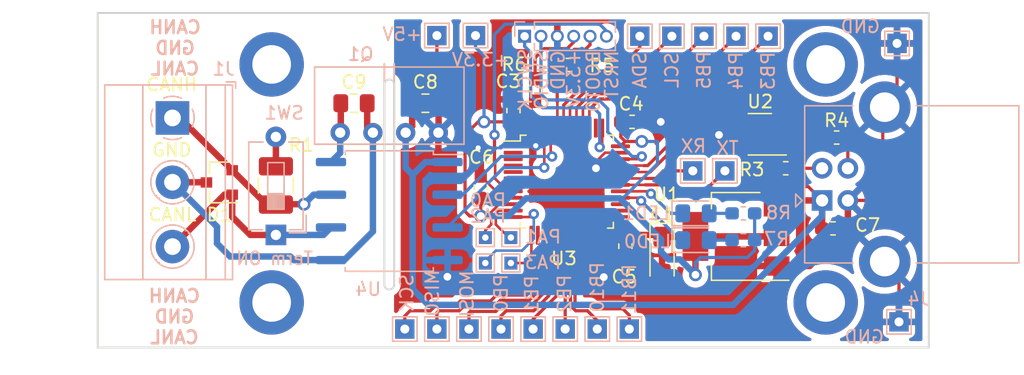
<source format=kicad_pcb>
(kicad_pcb (version 20211014) (generator pcbnew)
  (layers (0 "F.Cu" signal) (31 "B.Cu" signal) (34 "B.Paste" user) (35 "F.Paste" user) (36 "B.SilkS" user "B.Silkscreen") (37 "F.SilkS" user "F.Silkscreen") (38 "B.Mask" user) (39 "F.Mask" user) (44 "Edge.Cuts" user))
  (net 0 "")
  (net 1 "GND")
  (net 2 "+3V3")
  (net 3 "+5V")
  (net 4 "/NRST")
  (net 5 "/BOOT0")
  (net 6 "Net-(D3-Pad2)")
  (net 7 "/LED0")
  (net 8 "/LED1")
  (net 9 "/CAN_Tx")
  (net 10 "/CAN_Rx")
  (net 11 "/CANL")
  (net 12 "/CANH")
  (net 13 "Net-(D4-Pad2)")
  (net 14 "/SWDIO")
  (net 15 "/SWCLK")
  (net 16 "Net-(R1-Pad1)")
  (net 20 "Net-(C9-Pad1)")
  (net 21 "Earth")
  (net 23 "Net-(U3-Pad32)")
  (net 24 "Net-(U3-Pad33)")
  (net 35 "Net-(R3-Pad1)")
  (net 36 "Net-(J4-Pad3)")
  (net 37 "Net-(R3-Pad2)")
  (net 38 "Net-(R4-Pad2)")
  (net 39 "Net-(R6-Pad2)")
  (net 40 "Net-(U3-Pad15)")
  (net 41 "Net-(U3-Pad16)")
  (net 42 "Net-(U3-Pad17)")
  (net 43 "Net-(U3-Pad30)")
  (net 44 "Net-(U3-Pad31)")
  (net 45 "Net-(U3-Pad42)")
  (net 46 "Net-(U3-Pad43)")
  (net 47 "Net-(U3-Pad18)")
  (net 48 "Net-(U3-Pad19)")
  (net 49 "Net-(U3-Pad40)")
  (net 50 "Net-(U3-Pad41)")
  (net 51 "Net-(U3-Pad20)")
  (net 52 "Net-(U3-Pad39)")
  (net 53 "Net-(U3-Pad10)")
  (net 54 "Net-(U3-Pad11)")
  (net 55 "Net-(U3-Pad12)")
  (net 56 "Net-(U3-Pad13)")
  (net 57 "Net-(U3-Pad21)")
  (net 58 "Net-(U3-Pad22)")
  (footprint "Capacitor_Tantalum_SMD:CP_EIA-3216-18_Kemet-A_Pad1.58x1.35mm_HandSolder" (layer "F.Cu") (at 104.8004 68.3411 -90)
    (fp_text reference "C1")
    (fp_text value "47u")
  )
  (footprint "Capacitor_SMD:C_0603_1608Metric_Pad1.05x0.95mm_HandSolder" (layer "F.Cu") (at 93.2688 57.0878 -90)
    (fp_text reference "C3")
    (fp_text value "0.1")
  )
  (footprint "Capacitor_SMD:C_0603_1608Metric_Pad1.05x0.95mm_HandSolder" (layer "F.Cu") (at 102.475 57.9628 180)
    (fp_text reference "C4")
    (fp_text value "0.1")
  )
  (footprint "Capacitor_SMD:C_0603_1608Metric_Pad1.05x0.95mm_HandSolder" (layer "F.Cu") (at 101.9556 67.6262 90)
    (fp_text reference "C5")
    (fp_text value "0.1")
  )
  (footprint "Capacitor_SMD:C_0603_1608Metric_Pad1.05x0.95mm_HandSolder" (layer "F.Cu") (at 90.7288 63.0428 -90)
    (fp_text reference "C6")
    (fp_text value "0.1")
  )
  (footprint "TO_SOT_Packages_SMD:SOT-23" (layer "F.Cu") (at 70.4375 62.672 180)
    (fp_text reference "D1")
    (fp_text value "PESD1CAN")
  )
  (footprint "my_footprints:Hole_3mm" (layer "F.Cu") (at 74.5 53.5)
    (fp_text reference "P1" hide)
    (fp_text value "Hole" hide)
  )
  (footprint "my_footprints:Hole_3mm" (layer "F.Cu") (at 117.5 53.5)
    (fp_text reference "P2" hide)
    (fp_text value "Hole" hide)
  )
  (footprint "my_footprints:Hole_3mm" (layer "F.Cu") (at 117.5 72)
    (fp_text reference "P3" hide)
    (fp_text value "Hole" hide)
  )
  (footprint "my_footprints:Hole_3mm" (layer "F.Cu") (at 74.5 72)
    (fp_text reference "P4" hide)
    (fp_text value "Hole" hide)
  )
  (footprint "Resistor_SMD:R_0603_1608Metric_Pad1.05x0.95mm_HandSolder" (layer "F.Cu") (at 114.4016 61.5696 180)
    (fp_text reference "R3")
    (fp_text value "22")
  )
  (footprint "Resistor_SMD:R_0603_1608Metric_Pad1.05x0.95mm_HandSolder" (layer "F.Cu") (at 118.3526 59.182 180)
    (fp_text reference "R4")
    (fp_text value "22")
  )
  (footprint "Resistor_SMD:R_0603_1608Metric_Pad1.05x0.95mm_HandSolder" (layer "F.Cu") (at 97.536 53.5432 180)
    (fp_text reference "R5")
    (fp_text value "10k")
  )
  (footprint "Resistor_SMD:R_0603_1608Metric_Pad1.05x0.95mm_HandSolder" (layer "F.Cu") (at 94.9452 55.485 90)
    (fp_text reference "R6")
    (fp_text value "22")
  )
  (footprint "Package_QFP:LQFP-48_7x7mm_P0.5mm" (layer "F.Cu") (at 97.409 62.611)
    (fp_text reference "U3")
    (fp_text value "STM32F072C8Tx")
  )
  (footprint "Capacitor_SMD:C_0603_1608Metric_Pad1.05x0.95mm_HandSolder" (layer "F.Cu") (at 118.0706 66.2432)
    (fp_text reference "C7")
    (fp_text value "0.1")
  )
  (footprint "Capacitor_SMD:C_0805_2012Metric_Pad1.15x1.40mm_HandSolder" (layer "F.Cu") (at 86.4325 56.515)
    (fp_text reference "C8")
    (fp_text value "1")
  )
  (footprint "Capacitor_SMD:C_0805_2012Metric_Pad1.15x1.40mm_HandSolder" (layer "F.Cu") (at 80.89 56.515)
    (fp_text reference "C9")
    (fp_text value "1")
  )
  (footprint "Resistor_SMD:R_1210_3225Metric_Pad1.42x2.65mm_HandSolder" (layer "F.Cu") (at 74.8284 62.9047 -90)
    (fp_text reference "R1")
    (fp_text value "120")
  )
  (footprint "TO_SOT_Packages_SMD:SOT-223-3_TabPin2" (layer "F.Cu") (at 110.5404 66.8668 180)
    (fp_text reference "U1")
    (fp_text value "LM1117-3.3")
  )
  (footprint "Package_TO_SOT_SMD:SOT-23-6_Handsoldering" (layer "F.Cu") (at 112.3912 58.928 180)
    (fp_text reference "U2")
    (fp_text value "USBLC6-2SC6")
  )
  (footprint "LED_SMD:LED_0805_2012Metric_Pad1.15x1.40mm_HandSolder" (layer "B.Cu") (at 107.433 67.1576)
    (fp_text reference "D3" hide)
    (fp_text value "LED0")
  )
  (footprint "LED_SMD:LED_0805_2012Metric_Pad1.15x1.40mm_HandSolder" (layer "B.Cu") (at 107.433 65.0748)
    (fp_text reference "D4" hide)
    (fp_text value "LED1")
  )
  (footprint "TerminalBlock_Phoenix:TerminalBlock_Phoenix_MKDS-1,5-3_1x03_P5.00mm_Horizontal" (layer "B.Cu") (at 66.802 57.658 -90)
    (fp_text reference "J1")
    (fp_text value "Screw_Terminal_01x03")
  )
  (footprint "Connector_PinHeader_1.27mm:PinHeader_1x06_P1.27mm_Vertical" (layer "B.Cu") (at 94.1324 51.308 -90)
    (fp_text reference "J3" hide)
    (fp_text value "SWDetc")
  )
  (footprint "Resistor_SMD:R_0603_1608Metric_Pad1.05x0.95mm_HandSolder" (layer "B.Cu") (at 111.111 67.1576)
    (fp_text reference "R7")
    (fp_text value "330")
  )
  (footprint "Resistor_SMD:R_0603_1608Metric_Pad1.05x0.95mm_HandSolder" (layer "B.Cu") (at 111.111 65.0748)
    (fp_text reference "R8")
    (fp_text value "330")
  )
  (footprint "Button_Switch_THT:SW_DIP_SPSTx01_Slide_6.7x4.1mm_W7.62mm_P2.54mm_LowProfile" (layer "B.Cu") (at 74.8284 66.7512 90)
    (fp_text reference "SW1")
    (fp_text value "SW_DIP_x01")
  )
  (footprint "Package_SO:SOP-8_6.62x9.15mm_P2.54mm" (layer "B.Cu") (at 83.6295 64.897 180)
    (fp_text reference "U4")
    (fp_text value "ISO1050DUB")
  )
  (footprint "my_footprints:B0x0xS" (layer "B.Cu") (at 83.6295 58.801 180)
    (fp_text reference "Q1")
    (fp_text value "B0505S")
  )
  (footprint "Connector_USB:USB_B_Lumberg_2411_02_Horizontal" (layer "B.Cu") (at 117.221 64.0715)
    (fp_text reference "J4")
    (fp_text value "USB_B")
  )
  (footprint "TestPoint:TestPoint_THTPad_1.5x1.5mm_Drill0.7mm" (layer "B.Cu") (at 99.7712 74.0664)
    (fp_text reference "J25" hide)
    (fp_text value "PB10")
  )
  (footprint "TestPoint:TestPoint_THTPad_1.5x1.5mm_Drill0.7mm" (layer "B.Cu") (at 87.3252 51.2572 180)
    (fp_text reference "J20" hide)
    (fp_text value "+5V")
  )
  (footprint "TestPoint:TestPoint_THTPad_1.5x1.5mm_Drill0.7mm" (layer "B.Cu") (at 103.076 51.308 180)
    (fp_text reference "J10" hide)
    (fp_text value "SDA")
  )
  (footprint "TestPoint:TestPoint_THTPad_1.5x1.5mm_Drill0.7mm" (layer "B.Cu") (at 105.5624 51.308 180)
    (fp_text reference "J9" hide)
    (fp_text value "SCL")
  )
  (footprint "TestPoint:TestPoint_THTPad_1.5x1.5mm_Drill0.7mm" (layer "B.Cu") (at 113.03 51.308 180)
    (fp_text reference "J16" hide)
    (fp_text value "PB3")
  )
  (footprint "TestPoint:TestPoint_THTPad_1.0x1.0mm_Drill0.5mm" (layer "B.Cu") (at 93.0656 66.9544)
    (fp_text reference "J22" hide)
    (fp_text value "PA1")
  )
  (footprint "TestPoint:TestPoint_THTPad_1.5x1.5mm_Drill0.7mm" (layer "B.Cu") (at 97.282 74.0664 180)
    (fp_text reference "J15" hide)
    (fp_text value "PB2")
  )
  (footprint "TestPoint:TestPoint_THTPad_1.0x1.0mm_Drill0.5mm" (layer "B.Cu") (at 91.0844 66.9544 180)
    (fp_text reference "J21" hide)
    (fp_text value "PA0")
  )
  (footprint "TestPoint:TestPoint_THTPad_1.5x1.5mm_Drill0.7mm" (layer "B.Cu") (at 89.8144 74.0664 180)
    (fp_text reference "J6" hide)
    (fp_text value "MOSI")
  )
  (footprint "TestPoint:TestPoint_THTPad_1.5x1.5mm_Drill0.7mm" (layer "B.Cu") (at 94.7928 74.0664 180)
    (fp_text reference "J12" hide)
    (fp_text value "PB1")
  )
  (footprint "TestPoint:TestPoint_THTPad_1.5x1.5mm_Drill0.7mm" (layer "B.Cu") (at 109.6772 61.7728 180)
    (fp_text reference "J7" hide)
    (fp_text value "TX")
  )
  (footprint "TestPoint:TestPoint_THTPad_1.5x1.5mm_Drill0.7mm" (layer "B.Cu") (at 123.19 73.5076 180)
    (fp_text reference "J17" hide)
    (fp_text value "GND")
  )
  (footprint "TestPoint:TestPoint_THTPad_1.0x1.0mm_Drill0.5mm" (layer "B.Cu") (at 93.0656 68.9356 180)
    (fp_text reference "J24" hide)
    (fp_text value "PA3")
  )
  (footprint "TestPoint:TestPoint_THTPad_1.5x1.5mm_Drill0.7mm" (layer "B.Cu") (at 87.3252 74.0664 180)
    (fp_text reference "J5" hide)
    (fp_text value "MISO")
  )
  (footprint "TestPoint:TestPoint_THTPad_1.5x1.5mm_Drill0.7mm" (layer "B.Cu") (at 108.0516 51.308 180)
    (fp_text reference "J14" hide)
    (fp_text value "PB5")
  )
  (footprint "TestPoint:TestPoint_THTPad_1.5x1.5mm_Drill0.7mm" (layer "B.Cu") (at 107.188 61.7728 180)
    (fp_text reference "J8" hide)
    (fp_text value "RX")
  )
  (footprint "TestPoint:TestPoint_THTPad_1.5x1.5mm_Drill0.7mm" (layer "B.Cu") (at 84.836 74.0664 180)
    (fp_text reference "J2" hide)
    (fp_text value "SCK")
  )
  (footprint "TestPoint:TestPoint_THTPad_1.5x1.5mm_Drill0.7mm" (layer "B.Cu") (at 92.3036 74.0664 180)
    (fp_text reference "J11" hide)
    (fp_text value "PB0")
  )
  (footprint "TestPoint:TestPoint_THTPad_1.0x1.0mm_Drill0.5mm" (layer "B.Cu") (at 91.0844 68.9356 180)
    (fp_text reference "J23" hide)
    (fp_text value "PA2")
  )
  (footprint "TestPoint:TestPoint_THTPad_1.5x1.5mm_Drill0.7mm" (layer "B.Cu") (at 102.2604 74.0664)
    (fp_text reference "J26" hide)
    (fp_text value "PB11")
  )
  (footprint "TestPoint:TestPoint_THTPad_1.5x1.5mm_Drill0.7mm" (layer "B.Cu") (at 110.5408 51.308 180)
    (fp_text reference "J13" hide)
    (fp_text value "PB4")
  )
  (footprint "TestPoint:TestPoint_THTPad_1.5x1.5mm_Drill0.7mm" (layer "B.Cu") (at 90.3224 51.2572 180)
    (fp_text reference "J19" hide)
    (fp_text value "+3.3V")
  )
  (footprint "TestPoint:TestPoint_THTPad_1.5x1.5mm_Drill0.7mm" (layer "B.Cu") (at 123.0376 51.8668 180)
    (fp_text reference "J18" hide)
    (fp_text value "GND")
  )
  (gr_line (start 125.5 50) (end 125.5 49.5) (layer "Edge.Cuts") (width 0.15))
  (gr_line (start 61 75.5) (end 125.5 75.5) (layer "Edge.Cuts") (width 0.15))
  (gr_line (start 125.5 75.5) (end 125.5 50) (layer "Edge.Cuts") (width 0.15))
  (gr_arc (start 84.0105 70.612) (mid 83.6295 70.993) (end 83.2485 70.612) (layer "Edge.Cuts") (width 0.15))
  (gr_line (start 84.0105 55.0545) (end 84.0105 70.612) (layer "Edge.Cuts") (width 0.15))
  (gr_line (start 83.2485 55.0545) (end 83.2485 70.612) (layer "Edge.Cuts") (width 0.15))
  (gr_line (start 61 49.5) (end 61 75.5) (layer "Edge.Cuts") (width 0.15))
  (gr_arc (start 83.2485 55.0545) (mid 83.6295 54.6735) (end 84.0105 55.0545) (layer "Edge.Cuts") (width 0.15))
  (gr_line (start 61 49.5) (end 125.5 49.5) (layer "Edge.Cuts") (width 0.15))
  (gr_text "SWCLK" (at 94.1832 54.7116 90) (layer "B.SilkS") (effects (font (size 1 1)) (justify mirror)))
  (gr_text "NRST" (at 100.8888 54.3052 90) (layer "B.SilkS") (effects (font (size 1 1)) (justify mirror)))
  (gr_text "Term ON" (at 74.7268 68.58) (layer "B.SilkS") (effects (font (size 1 0.92)) (justify mirror)))
  (gr_text "CANH\nGND\nCANL" (at 67.0052 52.2224) (layer "B.SilkS") (effects (font (size 1 1) (thickness 0.2)) (justify mirror)))
  (gr_text "+3.3V" (at 97.9424 54.61 90) (layer "B.SilkS") (effects (font (size 1 1)) (justify mirror)))
  (gr_text "GND" (at 96.7232 53.9496 90) (layer "B.SilkS") (effects (font (size 1 1)) (justify mirror)))
  (gr_text "CANH\nGND\nCANL" (at 66.9544 73.1012) (layer "B.SilkS") (effects (font (size 1 1) (thickness 0.2)) (justify mirror)))
  (gr_text "SWDIO" (at 95.4532 54.7116 90) (layer "B.SilkS") (effects (font (size 1 1)) (justify mirror)))
  (gr_text "BOOT0" (at 99.4664 54.8132 90) (layer "B.SilkS") (effects (font (size 1 1)) (justify mirror)))
  (gr_text "GND" (at 66.7512 60.1472) (layer "F.SilkS") (effects (font (size 1 1))))
  (gr_text "CANH" (at 66.7512 55.0672) (layer "F.SilkS") (effects (font (size 1 1))))
  (gr_text "CANL" (at 66.802 65.1764) (layer "F.SilkS") (effects (font (size 1 1))))
  (segment (start 95.159 59.654) (end 94.996 59.817) (width 0.2) (layer "F.Cu") (net 1))
  (segment (start 95.159 58.4485) (end 95.159 59.654) (width 0.2) (layer "F.Cu") (net 1))
  (segment (start 119.221 64.0715) (end 120.8913 64.0715) (width 0.25) (layer "F.Cu") (net 1))
  (segment (start 104.475 69.7786) (end 103.1748 68.4784) (width 0.5) (layer "F.Cu") (net 1))
  (segment (start 100.3702 60.361) (end 99.6696 61.0616) (width 0.2) (layer "F.Cu") (net 1))
  (segment (start 87.4575 58.783) (end 87.4395 58.801) (width 0.5) (layer "F.Cu") (net 1))
  (segment (start 116.2532 69.1668) (end 118.9456 66.4744) (width 0.5) (layer "F.Cu") (net 1))
  (segment (start 101.9556 68.5012) (end 103.152 68.5012) (width 0.5) (layer "F.Cu") (net 1))
  (segment (start 87.7597 56.2128) (end 87.4575 56.515) (width 0.25) (layer "F.Cu") (net 1))
  (segment (start 100.0988 68.5012) (end 101.9556 68.5012) (width 0.2) (layer "F.Cu") (net 1))
  (segment (start 101.9556 68.5012) (end 101.8058 68.5012) (width 0.5) (layer "F.Cu") (net 1))
  (segment (start 113.6904 69.1668) (end 116.2532 69.1668) (width 0.5) (layer "F.Cu") (net 1))
  (segment (start 103.152 68.5012) (end 103.1748 68.4784) (width 0.5) (layer "F.Cu") (net 1))
  (segment (start 119.221 64.0715) (end 119.221 65.9678) (width 0.5) (layer "F.Cu") (net 1))
  (segment (start 93.2465 63.361) (end 91.922 63.361) (width 0.2) (layer "F.Cu") (net 1))
  (segment (start 98.4618 53.594) (end 98.411 53.5432) (width 0.5) (layer "F.Cu") (net 1))
  (segment (start 123.0376 51.8668) (end 123.0376 55.8649) (width 0.25) (layer "F.Cu") (net 1))
  (segment (start 123.19 69.9305) (end 122.081 68.8215) (width 0.25) (layer "F.Cu") (net 1))
  (segment (start 99.659 66.7735) (end 99.659 68.0614) (width 0.2) (layer "F.Cu") (net 1))
  (segment (start 101.8058 68.5012) (end 100.2792 70.0278) (width 0.5) (layer "F.Cu") (net 1))
  (segment (start 112.3696 72.0852) (end 107.107 72.0852) (width 0.5) (layer "F.Cu") (net 1))
  (segment (start 87.4575 56.515) (end 87.4575 58.783) (width 0.5) (layer "F.Cu") (net 1))
  (segment (start 109.2708 58.928) (end 109.22 58.9788) (width 0.5) (layer "F.Cu") (net 1))
  (segment (start 113.6904 69.1668) (end 113.6904 70.7644) (width 0.5) (layer "F.Cu") (net 1))
  (segment (start 90.7288 62.1678) (end 90.7288 60.198) (width 0.25) (layer "F.Cu") (net 1))
  (segment (start 121.931 63.0318) (end 121.931 56.8015) (width 0.25) (layer "F.Cu") (net 1))
  (segment (start 101.5715 60.361) (end 100.3702 60.361) (width 0.2) (layer "F.Cu") (net 1))
  (segment (start 93.2688 56.2128) (end 87.7597 56.2128) (width 0.25) (layer "F.Cu") (net 1))
  (segment (start 90.7288 60.198) (end 90.5256 59.9948) (width 0.25) (layer "F.Cu") (net 1))
  (segment (start 119.3327 66.2432) (end 121.931 68.8415) (width 0.25) (layer "F.Cu") (net 1))
  (segment (start 111.0412 58.928) (end 109.2708 58.928) (width 0.5) (layer "F.Cu") (net 1))
  (segment (start 107.107 72.0852) (end 104.8004 69.7786) (width 0.5) (layer "F.Cu") (net 1))
  (segment (start 91.922 63.361) (end 90.7288 62.1678) (width 0.2) (layer "F.Cu") (net 1))
  (segment (start 103.35 57.9628) (end 104.6988 57.9628) (width 0.5) (layer "F.Cu") (net 1))
  (segment (start 113.6904 70.7644) (end 112.3696 72.0852) (width 0.5) (layer "F.Cu") (net 1))
  (segment (start 118.9456 66.4744) (end 118.9456 66.2432) (width 0.5) (layer "F.Cu") (net 1))
  (segment (start 88.138 70.0024) (end 87.4395 69.3039) (width 0.5) (layer "F.Cu") (net 1))
  (segment (start 87.4395 69.3039) (end 87.4395 58.801) (width 0.5) (layer "F.Cu") (net 1))
  (segment (start 120.8913 64.0715) (end 121.931 63.0318) (width 0.25) (layer "F.Cu") (net 1))
  (segment (start 123.0376 55.8649) (end 122.081 56.8215) (width 0.25) (layer "F.Cu") (net 1))
  (segment (start 99.659 68.0614) (end 100.0988 68.5012) (width 0.2) (layer "F.Cu") (net 1))
  (segment (start 104.8004 69.7786) (end 104.475 69.7786) (width 0.5) (layer "F.Cu") (net 1))
  (segment (start 119.221 65.9678) (end 118.9456 66.2432) (width 0.5) (layer "F.Cu") (net 1))
  (segment (start 100.1268 53.594) (end 98.4618 53.594) (width 0.5) (layer "F.Cu") (net 1))
  (segment (start 99.6696 61.0616) (end 99.6696 61.5696) (width 0.2) (layer "F.Cu") (net 1))
  (segment (start 118.9456 66.2432) (end 119.3327 66.2432) (width 0.25) (layer "F.Cu") (net 1))
  (segment (start 123.19 73.5076) (end 123.19 69.9305) (width 0.25) (layer "F.Cu") (net 1))
  (via (at 99.6696 61.5696) (size 1) (drill 0.6) (layers "F.Cu" "B.Cu") (net 1))
  (via (at 90.5256 59.9948) (size 0.8) (drill 0.4) (layers "F.Cu" "B.Cu") (net 1))
  (via (at 109.22 58.9788) (size 1) (drill 0.6) (layers "F.Cu" "B.Cu") (net 1))
  (via (at 104.6988 57.9628) (size 1) (drill 0.6) (layers "F.Cu" "B.Cu") (net 1))
  (via (at 88.138 70.0024) (size 1) (drill 0.6) (layers "F.Cu" "B.Cu") (net 1))
  (via (at 100.1268 53.594) (size 1) (drill 0.6) (layers "F.Cu" "B.Cu") (net 1))
  (via (at 100.2792 70.0278) (size 1) (drill 0.6) (layers "F.Cu" "B.Cu") (net 1))
  (via (at 94.996 59.817) (size 0.8) (drill 0.4) (layers "F.Cu" "B.Cu") (net 1))
  (segment (start 103.0224 57.9628) (end 100.5332 55.4736) (width 0.5) (layer "B.Cu") (net 1))
  (segment (start 119.126 58.9788) (end 121.0564 60.9092) (width 0.5) (layer "B.Cu") (net 1))
  (segment (start 109.22 58.9788) (end 107.2388 58.9788) (width 0.5) (layer "B.Cu") (net 1))
  (segment (start 90.5256 59.9948) (end 88.6333 59.9948) (width 0.2) (layer "B.Cu") (net 1))
  (segment (start 88.6333 59.9948) (end 87.4395 58.801) (width 0.2) (layer "B.Cu") (net 1))
  (segment (start 96.6724 52.2224) (end 96.6724 51.308) (width 0.5) (layer "B.Cu") (net 1))
  (segment (start 100.2792 70.0278) (end 88.1634 70.0278) (width 0.5) (layer "B.Cu") (net 1))
  (segment (start 94.996 59.817) (end 95.8088 59.0296) (width 0.25) (layer "B.Cu") (net 1))
  (segment (start 96.1644 53.594) (end 100.1268 53.594) (width 0.5) (layer "B.Cu") (net 1))
  (segment (start 96.1644 55.2196) (end 96.1644 53.594) (width 0.5) (layer "B.Cu") (net 1))
  (segment (start 95.8088 59.0296) (end 97.6884 59.0296) (width 0.25) (layer "B.Cu") (net 1))
  (segment (start 96.1644 52.7304) (end 96.6724 52.2224) (width 0.5) (layer "B.Cu") (net 1))
  (segment (start 98.0948 59.436) (end 98.0948 59.9948) (width 0.25) (layer "B.Cu") (net 1))
  (segment (start 97.6884 59.0296) (end 98.0948 59.436) (width 0.25) (layer "B.Cu") (net 1))
  (segment (start 104.6988 57.9628) (end 103.0224 57.9628) (width 0.5) (layer "B.Cu") (net 1))
  (segment (start 92.2782 59.9948) (end 90.5256 59.9948) (width 0.2) (layer "B.Cu") (net 1))
  (segment (start 121.0564 62.2361) (end 119.221 64.0715) (width 0.5) (layer "B.Cu") (net 1))
  (segment (start 107.2388 58.9788) (end 106.6292 58.9788) (width 0.5) (layer "B.Cu") (net 1))
  (segment (start 92.456 59.817) (end 92.2782 59.9948) (width 0.25) (layer "B.Cu") (net 1))
  (segment (start 94.996 59.817) (end 92.456 59.817) (width 0.25) (layer "B.Cu") (net 1))
  (segment (start 109.22 58.9788) (end 119.126 58.9788) (width 0.5) (layer "B.Cu") (net 1))
  (segment (start 96.1644 53.594) (end 96.1644 52.7304) (width 0.5) (layer "B.Cu") (net 1))
  (segment (start 100.5332 55.4736) (end 96.4184 55.4736) (width 0.5) (layer "B.Cu") (net 1))
  (segment (start 104.6988 57.9628) (end 105.6132 57.9628) (width 0.5) (layer "B.Cu") (net 1))
  (segment (start 88.1634 70.0278) (end 88.138 70.0024) (width 0.5) (layer "B.Cu") (net 1))
  (segment (start 105.6132 57.9628) (end 106.6292 58.9788) (width 0.5) (layer "B.Cu") (net 1))
  (segment (start 88.1545 69.9859) (end 88.138 70.0024) (width 0.5) (layer "B.Cu") (net 1))
  (segment (start 121.0564 60.9092) (end 121.0564 62.2361) (width 0.5) (layer "B.Cu") (net 1))
  (segment (start 98.0948 59.9948) (end 99.6696 61.5696) (width 0.25) (layer "B.Cu") (net 1))
  (segment (start 96.4184 55.4736) (end 96.1644 55.2196) (width 0.5) (layer "B.Cu") (net 1))
  (segment (start 88.1545 68.707) (end 88.1545 69.9859) (width 0.5) (layer "B.Cu") (net 1))
  (segment (start 93.2688 57.9628) (end 93.2688 59.8387) (width 0.25) (layer "F.Cu") (net 2))
  (segment (start 101.6 57.9628) (end 101.6 59.1411) (width 0.25) (layer "F.Cu") (net 2))
  (segment (start 94.1733 57.9628) (end 94.659 58.4485) (width 0.25) (layer "F.Cu") (net 2))
  (segment (start 100.159 66.7735) (end 101.9333 66.7735) (width 0.2) (layer "F.Cu") (net 2))
  (segment (start 107.3904 69.8492) (end 107.3912 69.85) (width 0.5) (layer "F.Cu") (net 2))
  (segment (start 93.2688 59.8387) (end 93.2465 59.861) (width 0.25) (layer "F.Cu") (net 2))
  (segment (start 104.648 66.7512) (end 104.8004 66.9036) (width 0.5) (layer "F.Cu") (net 2))
  (segment (start 90.7856 63.861) (end 90.7288 63.9178) (width 0.2) (layer "F.Cu") (net 2))
  (segment (start 94.659 58.4485) (end 94.659 56.6462) (width 0.2) (layer "F.Cu") (net 2))
  (segment (start 107.3904 66.8668) (end 107.3904 69.8492) (width 0.5) (layer "F.Cu") (net 2))
  (segment (start 113.6904 66.8668) (end 111.4692 66.8668) (width 0.5) (layer "F.Cu") (net 2))
  (segment (start 111.4692 66.8668) (end 110.3008 66.8668) (width 0.5) (layer "F.Cu") (net 2))
  (segment (start 93.2688 57.9628) (end 90.9828 57.9628) (width 0.25) (layer "F.Cu") (net 2))
  (segment (start 89.5096 58.9788) (end 89.5096 64.9224) (width 0.25) (layer "F.Cu") (net 2))
  (segment (start 94.659 56.6462) (end 94.9452 56.36) (width 0.2) (layer "F.Cu") (net 2))
  (segment (start 90.5256 57.9628) (end 89.5096 58.9788) (width 0.25) (layer "F.Cu") (net 2))
  (segment (start 93.2688 57.9628) (end 94.1733 57.9628) (width 0.25) (layer "F.Cu") (net 2))
  (segment (start 101.6 59.1411) (end 101.9457 59.4868) (width 0.25) (layer "F.Cu") (net 2))
  (segment (start 89.5096 64.9224) (end 89.8652 65.278) (width 0.25) (layer "F.Cu") (net 2))
  (segment (start 110.3008 66.8668) (end 107.3904 66.8668) (width 0.5) (layer "F.Cu") (net 2))
  (segment (start 101.9457 59.4868) (end 101.5715 59.861) (width 0.25) (layer "F.Cu") (net 2))
  (segment (start 90.7288 65.278) (end 90.7288 63.9178) (width 0.25) (layer "F.Cu") (net 2))
  (segment (start 104.8004 66.9036) (end 107.3536 66.9036) (width 0.5) (layer "F.Cu") (net 2))
  (segment (start 90.9828 57.9628) (end 90.5256 57.9628) (width 0.25) (layer "F.Cu") (net 2))
  (segment (start 101.9333 66.7735) (end 101.9556 66.7512) (width 0.2) (layer "F.Cu") (net 2))
  (segment (start 89.8652 65.278) (end 90.7288 65.278) (width 0.25) (layer "F.Cu") (net 2))
  (segment (start 101.9556 66.7512) (end 104.648 66.7512) (width 0.5) (layer "F.Cu") (net 2))
  (segment (start 93.2465 63.861) (end 90.7856 63.861) (width 0.2) (layer "F.Cu") (net 2))
  (segment (start 103.2256 59.4868) (end 101.9457 59.4868) (width 0.25) (layer "F.Cu") (net 2))
  (segment (start 107.3536 66.9036) (end 107.3904 66.8668) (width 0.5) (layer "F.Cu") (net 2))
  (via (at 107.3912 69.85) (size 1) (drill 0.6) (layers "F.Cu" "B.Cu") (net 2))
  (via (at 90.9828 57.9628) (size 1) (drill 0.6) (layers "F.Cu" "B.Cu") (net 2))
  (via (at 103.2256 59.4868) (size 1) (drill 0.6) (layers "F.Cu" "B.Cu") (net 2))
  (via (at 90.7288 65.278) (size 1) (drill 0.6) (layers "F.Cu" "B.Cu") (net 2))
  (segment (start 101.7524 63.9064) (end 101.5238 63.9064) (width 0.25) (layer "B.Cu") (net 2))
  (segment (start 92.8624 65.278) (end 94.234 63.9064) (width 0.5) (layer "B.Cu") (net 2))
  (segment (start 90.3224 51.2572) (end 90.3224 52.1716) (width 0.25) (layer "B.Cu") (net 2))
  (segment (start 90.7288 65.278) (end 92.8624 65.278) (width 0.5) (layer "B.Cu") (net 2))
  (segment (start 104.7242 68.072) (end 104.7242 67.1068) (width 0.5) (layer "B.Cu") (net 2))
  (segment (start 104.7242 67.1068) (end 101.5238 63.9064) (width 0.5) (layer "B.Cu") (net 2))
  (segment (start 94.234 63.9064) (end 101.5238 63.9064) (width 0.5) (layer "B.Cu") (net 2))
  (segment (start 107.3912 69.85) (end 107.3912 68.8848) (width 0.25) (layer "B.Cu") (net 2))
  (segment (start 111.986 65.0748) (end 111.986 67.1576) (width 0.25) (layer "B.Cu") (net 2))
  (segment (start 104.4448 59.4868) (end 103.2256 59.4868) (width 0.25) (layer "B.Cu") (net 2))
  (segment (start 106.1974 68.6562) (end 105.3084 68.6562) (width 0.5) (layer "B.Cu") (net 2))
  (segment (start 105.3084 68.6562) (end 104.7242 68.072) (width 0.5) (layer "B.Cu") (net 2))
  (segment (start 104.4448 61.214) (end 101.7524 63.9064) (width 0.25) (layer "B.Cu") (net 2))
  (segment (start 90.3224 52.1716) (end 90.9828 52.832) (width 0.25) (layer "B.Cu") (net 2))
  (segment (start 104.4448 59.4868) (end 104.4448 61.214) (width 0.25) (layer "B.Cu") (net 2))
  (segment (start 111.986 67.1576) (end 111.986 67.9476) (width 0.25) (layer "B.Cu") (net 2))
  (segment (start 107.7722 68.5038) (end 111.4298 68.5038) (width 0.25) (layer "B.Cu") (net 2))
  (segment (start 107.3912 69.85) (end 106.1974 68.6562) (width 0.5) (layer "B.Cu") (net 2))
  (segment (start 111.986 67.9476) (end 111.4298 68.5038) (width 0.25) (layer "B.Cu") (net 2))
  (segment (start 90.9828 52.832) (end 90.9828 57.9628) (width 0.25) (layer "B.Cu") (net 2))
  (segment (start 107.3912 68.8848) (end 107.7722 68.5038) (width 0.25) (layer "B.Cu") (net 2))
  (segment (start 112.6236 58.928) (end 112.3696 59.182) (width 0.25) (layer "F.Cu") (net 3))
  (segment (start 117.221 64.0715) (end 117.221 66.2178) (width 0.5) (layer "F.Cu") (net 3))
  (segment (start 113.7412 58.928) (end 112.6236 58.928) (width 0.25) (layer "F.Cu") (net 3))
  (segment (start 117.221 64.0715) (end 114.1857 64.0715) (width 0.5) (layer "F.Cu") (net 3))
  (segment (start 85.4075 58.293) (end 84.8995 58.801) (width 0.5) (layer "F.Cu") (net 3))
  (segment (start 85.4075 56.515) (end 85.4075 54.8513) (width 0.25) (layer "F.Cu") (net 3))
  (segment (start 112.3696 59.182) (end 112.3696 62.484) (width 0.25) (layer "F.Cu") (net 3))
  (segment (start 116.1415 62.992) (end 117.221 64.0715) (width 0.25) (layer "F.Cu") (net 3))
  (segment (start 117.221 66.2178) (end 117.1956 66.2432) (width 0.5) (layer "F.Cu") (net 3))
  (segment (start 87.3252 52.9336) (end 87.3252 51.2572) (width 0.25) (layer "F.Cu") (net 3))
  (segment (start 85.4075 54.8513) (end 87.3252 52.9336) (width 0.25) (layer "F.Cu") (net 3))
  (segment (start 85.4075 56.515) (end 85.4075 58.293) (width 0.5) (layer "F.Cu") (net 3))
  (segment (start 112.3696 62.484) (end 112.8776 62.992) (width 0.25) (layer "F.Cu") (net 3))
  (segment (start 114.1857 64.0715) (end 113.6904 64.5668) (width 0.5) (layer "F.Cu") (net 3))
  (segment (start 112.8776 62.992) (end 116.1415 62.992) (width 0.25) (layer "F.Cu") (net 3))
  (segment (start 85.4456 62.0776) (end 86.4362 61.087) (width 0.5) (layer "B.Cu") (net 3))
  (segment (start 86.6648 72.1868) (end 110.3132 72.1868) (width 0.5) (layer "B.Cu") (net 3))
  (segment (start 86.4362 61.087) (end 88.1545 61.087) (width 0.5) (layer "B.Cu") (net 3))
  (segment (start 110.3132 72.1868) (end 117.221 65.279) (width 0.5) (layer "B.Cu") (net 3))
  (segment (start 85.4456 62.0776) (end 85.4456 70.9676) (width 0.5) (layer "B.Cu") (net 3))
  (segment (start 84.8995 58.801) (end 84.8995 61.5315) (width 0.5) (layer "B.Cu") (net 3))
  (segment (start 84.8995 61.5315) (end 85.4456 62.0776) (width 0.5) (layer "B.Cu") (net 3))
  (segment (start 117.221 65.279) (end 117.221 64.0715) (width 0.5) (layer "B.Cu") (net 3))
  (segment (start 85.4456 70.9676) (end 86.6648 72.1868) (width 0.5) (layer "B.Cu") (net 3))
  (segment (start 92.325 62.861) (end 91.8464 62.3824) (width 0.2) (layer "F.Cu") (net 4))
  (segment (start 91.8464 62.3824) (end 91.8464 61.1124) (width 0.2) (layer "F.Cu") (net 4))
  (segment (start 93.2465 62.861) (end 92.325 62.861) (width 0.2) (layer "F.Cu") (net 4))
  (segment (start 91.7956 61.0616) (end 91.7956 58.9788) (width 0.25) (layer "F.Cu") (net 4))
  (segment (start 91.8464 61.1124) (end 91.7956 61.0616) (width 0.25) (layer "F.Cu") (net 4))
  (via (at 91.7956 58.9788) (size 0.8) (drill 0.4) (layers "F.Cu" "B.Cu") (net 4))
  (segment (start 91.7956 51.181) (end 91.7956 58.9788) (width 0.25) (layer "B.Cu") (net 4))
  (segment (start 100.4824 50.9016) (end 99.949 50.3682) (width 0.25) (layer "B.Cu") (net 4))
  (segment (start 99.949 50.3682) (end 92.6084 50.3682) (width 0.25) (layer "B.Cu") (net 4))
  (segment (start 100.4824 51.308) (end 100.4824 50.9016) (width 0.25) (layer "B.Cu") (net 4))
  (segment (start 92.6084 50.3682) (end 91.7956 51.181) (width 0.25) (layer "B.Cu") (net 4))
  (segment (start 96.661 53.5432) (end 96.661 56.374) (width 0.25) (layer "F.Cu") (net 5))
  (segment (start 96.675 56.388) (end 96.675 58.4325) (width 0.2) (layer "F.Cu") (net 5))
  (segment (start 96.661 53.5432) (end 96.661 53.199) (width 0.25) (layer "F.Cu") (net 5))
  (segment (start 96.661 56.374) (end 96.675 56.388) (width 0.25) (layer "F.Cu") (net 5))
  (segment (start 97.9932 52.324) (end 96.774 53.5432) (width 0.25) (layer "F.Cu") (net 5))
  (segment (start 96.774 53.5432) (end 96.661 53.5432) (width 0.25) (layer "F.Cu") (net 5))
  (segment (start 98.8568 52.324) (end 97.9932 52.324) (width 0.25) (layer "F.Cu") (net 5))
  (segment (start 99.2124 51.308) (end 99.2124 51.9684) (width 0.25) (layer "F.Cu") (net 5))
  (segment (start 99.2124 51.9684) (end 98.8568 52.324) (width 0.25) (layer "F.Cu") (net 5))
  (segment (start 96.675 58.4325) (end 96.659 58.4485) (width 0.2) (layer "F.Cu") (net 5))
  (segment (start 110.236 67.1576) (end 108.458 67.1576) (width 0.25) (layer "B.Cu") (net 6))
  (segment (start 102.9262 63.861) (end 103.1748 64.1096) (width 0.2) (layer "F.Cu") (net 7))
  (segment (start 101.5715 63.861) (end 102.9262 63.861) (width 0.2) (layer "F.Cu") (net 7))
  (via (at 103.1748 64.1096) (size 0.8) (drill 0.4) (layers "F.Cu" "B.Cu") (net 7))
  (segment (start 106.2228 67.1576) (end 106.408 67.1576) (width 0.25) (layer "B.Cu") (net 7))
  (segment (start 103.1748 64.1096) (end 106.2228 67.1576) (width 0.25) (layer "B.Cu") (net 7))
  (segment (start 103.747 63.361) (end 103.9368 63.5508) (width 0.2) (layer "F.Cu") (net 8))
  (segment (start 101.5715 63.361) (end 103.747 63.361) (width 0.2) (layer "F.Cu") (net 8))
  (via (at 103.9368 63.5508) (size 0.8) (drill 0.4) (layers "F.Cu" "B.Cu") (net 8))
  (segment (start 105.4608 65.0748) (end 103.9368 63.5508) (width 0.25) (layer "B.Cu") (net 8))
  (segment (start 106.408 65.0748) (end 105.4608 65.0748) (width 0.25) (layer "B.Cu") (net 8))
  (segment (start 95.659 58.4485) (end 95.659 61.5162) (width 0.2) (layer "F.Cu") (net 9))
  (segment (start 95.659 61.5162) (end 95.6564 61.5188) (width 0.2) (layer "F.Cu") (net 9))
  (via (at 95.6564 61.5188) (size 0.8) (drill 0.4) (layers "F.Cu" "B.Cu") (net 9))
  (segment (start 88.1545 66.167) (end 88.1545 66.1505) (width 0.25) (layer "B.Cu") (net 9))
  (segment (start 88.1545 66.1505) (end 90.3986 63.9064) (width 0.25) (layer "B.Cu") (net 9))
  (segment (start 90.3986 63.627) (end 90.6907 63.3349) (width 0.25) (layer "B.Cu") (net 9))
  (segment (start 95.6564 61.5188) (end 92.5068 61.5188) (width 0.25) (layer "B.Cu") (net 9))
  (segment (start 92.5068 61.5188) (end 90.6907 63.3349) (width 0.25) (layer "B.Cu") (net 9))
  (segment (start 90.3986 63.9064) (end 90.3986 63.627) (width 0.25) (layer "B.Cu") (net 9))
  (segment (start 96.159 60.5482) (end 96.266 60.6552) (width 0.2) (layer "F.Cu") (net 10))
  (segment (start 96.159 58.4485) (end 96.159 60.5482) (width 0.2) (layer "F.Cu") (net 10))
  (via (at 96.266 60.6552) (size 0.8) (drill 0.4) (layers "F.Cu" "B.Cu") (net 10))
  (segment (start 89.3318 63.627) (end 88.1545 63.627) (width 0.25) (layer "B.Cu") (net 10))
  (segment (start 96.266 60.6552) (end 92.3036 60.6552) (width 0.25) (layer "B.Cu") (net 10))
  (segment (start 92.3036 60.6552) (end 89.3318 63.627) (width 0.25) (layer "B.Cu") (net 10))
  (segment (start 71.4375 63.622) (end 70.838 63.622) (width 0.5) (layer "F.Cu") (net 11))
  (segment (start 70.838 63.622) (end 66.802 67.658) (width 0.5) (layer "F.Cu") (net 11))
  (segment (start 72.8472 66.7512) (end 74.8284 66.7512) (width 0.5) (layer "F.Cu") (net 11))
  (segment (start 71.4375 63.622) (end 71.4375 65.3415) (width 0.5) (layer "F.Cu") (net 11))
  (segment (start 71.4375 65.3415) (end 72.8472 66.7512) (width 0.5) (layer "F.Cu") (net 11))
  (segment (start 78.5203 66.7512) (end 79.1045 66.167) (width 0.5) (layer "B.Cu") (net 11))
  (segment (start 74.8284 66.7512) (end 78.5203 66.7512) (width 0.5) (layer "B.Cu") (net 11))
  (segment (start 67.3735 57.658) (end 71.4375 61.722) (width 0.5) (layer "F.Cu") (net 12))
  (segment (start 74.1077 64.3922) (end 71.4375 61.722) (width 0.5) (layer "F.Cu") (net 12))
  (segment (start 74.8284 64.3922) (end 74.1077 64.3922) (width 0.5) (layer "F.Cu") (net 12))
  (segment (start 66.802 57.658) (end 67.3735 57.658) (width 0.5) (layer "F.Cu") (net 12))
  (segment (start 77.0128 64.3636) (end 74.857 64.3636) (width 0.5) (layer "F.Cu") (net 12))
  (segment (start 74.857 64.3636) (end 74.8284 64.3922) (width 0.5) (layer "F.Cu") (net 12))
  (via (at 77.0128 64.3636) (size 1) (drill 0.6) (layers "F.Cu" "B.Cu") (net 12))
  (segment (start 79.1045 63.627) (end 77.7494 63.627) (width 0.5) (layer "B.Cu") (net 12))
  (segment (start 77.7494 63.627) (end 77.0128 64.3636) (width 0.5) (layer "B.Cu") (net 12))
  (segment (start 108.458 65.0748) (end 110.236 65.0748) (width 0.25) (layer "B.Cu") (net 13))
  (segment (start 103.0198 60.861) (end 103.2256 60.6552) (width 0.2) (layer "F.Cu") (net 14))
  (segment (start 101.5715 60.861) (end 103.0198 60.861) (width 0.2) (layer "F.Cu") (net 14))
  (via (at 103.2256 60.6552) (size 0.8) (drill 0.4) (layers "F.Cu" "B.Cu") (net 14))
  (segment (start 100.584 58.7502) (end 102.489 60.6552) (width 0.25) (layer "B.Cu") (net 14))
  (segment (start 95.4024 51.308) (end 95.4024 55.8038) (width 0.25) (layer "B.Cu") (net 14))
  (segment (start 102.489 60.6552) (end 103.2256 60.6552) (width 0.25) (layer "B.Cu") (net 14))
  (segment (start 95.4024 55.8038) (end 95.8596 56.261) (width 0.25) (layer "B.Cu") (net 14))
  (segment (start 100.584 56.9468) (end 100.584 58.7502) (width 0.25) (layer "B.Cu") (net 14))
  (segment (start 99.8982 56.261) (end 100.584 56.9468) (width 0.25) (layer "B.Cu") (net 14))
  (segment (start 95.8596 56.261) (end 99.8982 56.261) (width 0.25) (layer "B.Cu") (net 14))
  (segment (start 100.159 58.4485) (end 100.159 59.724666) (width 0.2) (layer "F.Cu") (net 15))
  (segment (start 100.159 59.724666) (end 99.957486 59.92618) (width 0.2) (layer "F.Cu") (net 15))
  (via (at 99.957486 59.92618) (size 0.8) (drill 0.4) (layers "F.Cu" "B.Cu") (net 15))
  (segment (start 94.6023 52.5653) (end 94.1324 52.0954) (width 0.25) (layer "B.Cu") (net 15))
  (segment (start 99.957486 57.344714) (end 99.957486 59.92618) (width 0.25) (layer "B.Cu") (net 15))
  (segment (start 94.6023 55.9435) (end 94.6023 52.5653) (width 0.25) (layer "B.Cu") (net 15))
  (segment (start 94.6023 55.9435) (end 95.5294 56.8706) (width 0.25) (layer "B.Cu") (net 15))
  (segment (start 94.1324 51.308) (end 94.1324 52.0954) (width 0.25) (layer "B.Cu") (net 15))
  (segment (start 95.5294 56.8706) (end 99.483372 56.8706) (width 0.25) (layer "B.Cu") (net 15))
  (segment (start 99.483372 56.8706) (end 99.957486 57.344714) (width 0.25) (layer "B.Cu") (net 15))
  (segment (start 74.8284 59.1312) (end 74.8284 61.4172) (width 0.5) (layer "F.Cu") (net 16))
  (segment (start 79.865 58.7555) (end 79.8195 58.801) (width 0.5) (layer "F.Cu") (net 20))
  (segment (start 79.865 56.515) (end 79.865 58.7555) (width 0.5) (layer "F.Cu") (net 20))
  (segment (start 79.8195 60.372) (end 79.1045 61.087) (width 0.5) (layer "B.Cu") (net 20))
  (segment (start 79.8195 58.801) (end 79.8195 60.372) (width 0.5) (layer "B.Cu") (net 20))
  (segment (start 81.915 58.3565) (end 82.3595 58.801) (width 0.5) (layer "F.Cu") (net 21))
  (segment (start 69.4235 62.658) (end 69.4375 62.672) (width 0.5) (layer "F.Cu") (net 21))
  (segment (start 81.915 56.515) (end 81.915 58.3565) (width 0.5) (layer "F.Cu") (net 21))
  (segment (start 66.802 62.658) (end 69.4235 62.658) (width 0.5) (layer "F.Cu") (net 21))
  (segment (start 75.946 68.4276) (end 71.2724 68.4276) (width 0.5) (layer "B.Cu") (net 21))
  (segment (start 79.1045 68.707) (end 80.137 68.707) (width 0.5) (layer "B.Cu") (net 21))
  (segment (start 82.3595 66.4845) (end 82.3595 58.801) (width 0.5) (layer "B.Cu") (net 21))
  (segment (start 70.2564 66.1124) (end 66.802 62.658) (width 0.5) (layer "B.Cu") (net 21))
  (segment (start 80.137 68.707) (end 82.3595 66.4845) (width 0.5) (layer "B.Cu") (net 21))
  (segment (start 76.2254 68.707) (end 75.946 68.4276) (width 0.5) (layer "B.Cu") (net 21))
  (segment (start 71.2724 68.4276) (end 70.2564 67.4116) (width 0.5) (layer "B.Cu") (net 21))
  (segment (start 79.1045 68.707) (end 76.2254 68.707) (width 0.5) (layer "B.Cu") (net 21))
  (segment (start 70.2564 67.4116) (end 70.2564 66.1124) (width 0.5) (layer "B.Cu") (net 21))
  (segment (start 103.8726 61.861) (end 103.886 61.8744) (width 0.2) (layer "F.Cu") (net 23))
  (segment (start 111.0412 59.878) (end 105.8556 59.878) (width 0.25) (layer "F.Cu") (net 23))
  (segment (start 101.5715 61.861) (end 103.8726 61.861) (width 0.2) (layer "F.Cu") (net 23))
  (segment (start 105.8556 59.878) (end 103.8726 61.861) (width 0.25) (layer "F.Cu") (net 23))
  (segment (start 101.5715 61.361) (end 103.3834 61.361) (width 0.2) (layer "F.Cu") (net 24))
  (segment (start 107.0712 57.978) (end 111.0412 57.978) (width 0.25) (layer "F.Cu") (net 24))
  (segment (start 103.6882 61.361) (end 107.0712 57.978) (width 0.25) (layer "F.Cu") (net 24))
  (segment (start 103.3834 61.361) (end 103.6882 61.361) (width 0.25) (layer "F.Cu") (net 24))
  (segment (start 115.2785 61.5715) (end 115.2766 61.5696) (width 0.25) (layer "F.Cu") (net 35))
  (segment (start 117.221 61.5715) (end 115.2785 61.5715) (width 0.25) (layer "F.Cu") (net 35))
  (segment (start 119.221 61.5715) (end 119.221 59.1886) (width 0.25) (layer "F.Cu") (net 36))
  (segment (start 119.221 59.1886) (end 119.2276 59.182) (width 0.25) (layer "F.Cu") (net 36))
  (segment (start 113.7412 61.355) (end 113.5266 61.5696) (width 0.25) (layer "F.Cu") (net 37))
  (segment (start 113.7412 59.878) (end 113.7412 61.355) (width 0.25) (layer "F.Cu") (net 37))
  (segment (start 116.2736 57.978) (end 117.4776 59.182) (width 0.25) (layer "F.Cu") (net 38))
  (segment (start 113.7412 57.978) (end 116.2736 57.978) (width 0.25) (layer "F.Cu") (net 38))
  (segment (start 94.9452 52.9844) (end 94.9452 54.61) (width 0.25) (layer "F.Cu") (net 39))
  (segment (start 97.4344 52.2732) (end 95.6564 52.2732) (width 0.25) (layer "F.Cu") (net 39))
  (segment (start 95.6564 52.2732) (end 94.9452 52.9844) (width 0.25) (layer "F.Cu") (net 39))
  (segment (start 97.9424 51.7652) (end 97.4344 52.2732) (width 0.25) (layer "F.Cu") (net 39))
  (segment (start 97.9424 51.308) (end 97.9424 51.7652) (width 0.25) (layer "F.Cu") (net 39))
  (segment (start 95.6564 67.8688) (end 95.6564 69.088) (width 0.25) (layer "F.Cu") (net 40))
  (segment (start 95.659 67.8662) (end 95.6564 67.8688) (width 0.25) (layer "F.Cu") (net 40))
  (segment (start 94.5896 70.1548) (end 94.5896 71.12) (width 0.25) (layer "F.Cu") (net 40))
  (segment (start 88.7984 72.2376) (end 87.2236 72.2376) (width 0.25) (layer "F.Cu") (net 40))
  (segment (start 84.836 73.0504) (end 84.836 74.0664) (width 0.25) (layer "F.Cu") (net 40))
  (segment (start 91.948 71.4248) (end 91.4908 71.882) (width 0.25) (layer "F.Cu") (net 40))
  (segment (start 89.154 71.882) (end 88.7984 72.2376) (width 0.25) (layer "F.Cu") (net 40))
  (segment (start 91.4908 71.882) (end 89.154 71.882) (width 0.25) (layer "F.Cu") (net 40))
  (segment (start 87.2236 72.2376) (end 86.8172 72.644) (width 0.25) (layer "F.Cu") (net 40))
  (segment (start 85.2424 72.644) (end 84.836 73.0504) (width 0.25) (layer "F.Cu") (net 40))
  (segment (start 94.2848 71.4248) (end 91.948 71.4248) (width 0.25) (layer "F.Cu") (net 40))
  (segment (start 86.8172 72.644) (end 85.2424 72.644) (width 0.25) (layer "F.Cu") (net 40))
  (segment (start 95.659 66.7735) (end 95.659 67.8662) (width 0.2) (layer "F.Cu") (net 40))
  (segment (start 94.5896 71.12) (end 94.2848 71.4248) (width 0.25) (layer "F.Cu") (net 40))
  (segment (start 95.6564 69.088) (end 94.5896 70.1548) (width 0.25) (layer "F.Cu") (net 40))
  (segment (start 94.488 71.8312) (end 92.2528 71.8312) (width 0.25) (layer "F.Cu") (net 41))
  (segment (start 87.3252 72.7964) (end 87.3252 74.0664) (width 0.25) (layer "F.Cu") (net 41))
  (segment (start 87.4776 72.644) (end 87.3252 72.7964) (width 0.25) (layer "F.Cu") (net 41))
  (segment (start 92.2528 71.8312) (end 91.7448 72.3392) (width 0.25) (layer "F.Cu") (net 41))
  (segment (start 91.7448 72.3392) (end 89.3572 72.3392) (width 0.25) (layer "F.Cu") (net 41))
  (segment (start 95.0468 70.2564) (end 95.0468 71.2724) (width 0.25) (layer "F.Cu") (net 41))
  (segment (start 89.0524 72.644) (end 87.4776 72.644) (width 0.25) (layer "F.Cu") (net 41))
  (segment (start 96.159 69.1442) (end 95.0468 70.2564) (width 0.25) (layer "F.Cu") (net 41))
  (segment (start 96.159 66.7735) (end 96.159 68.0774) (width 0.2) (layer "F.Cu") (net 41))
  (segment (start 95.0468 71.2724) (end 94.488 71.8312) (width 0.25) (layer "F.Cu") (net 41))
  (segment (start 89.3572 72.3392) (end 89.0524 72.644) (width 0.25) (layer "F.Cu") (net 41))
  (segment (start 96.159 68.0774) (end 96.159 69.1442) (width 0.25) (layer "F.Cu") (net 41))
  (segment (start 89.916 72.6948) (end 89.8144 72.7964) (width 0.25) (layer "F.Cu") (net 42))
  (segment (start 95.504 70.4088) (end 95.504 71.374) (width 0.25) (layer "F.Cu") (net 42))
  (segment (start 96.659 66.7735) (end 96.659 68.187) (width 0.2) (layer "F.Cu") (net 42))
  (segment (start 91.8972 72.6948) (end 89.916 72.6948) (width 0.25) (layer "F.Cu") (net 42))
  (segment (start 96.659 69.2538) (end 95.504 70.4088) (width 0.25) (layer "F.Cu") (net 42))
  (segment (start 89.8144 72.7964) (end 89.8144 74.0664) (width 0.25) (layer "F.Cu") (net 42))
  (segment (start 95.504 71.374) (end 94.6912 72.1868) (width 0.25) (layer "F.Cu") (net 42))
  (segment (start 92.4052 72.1868) (end 91.8972 72.6948) (width 0.25) (layer "F.Cu") (net 42))
  (segment (start 96.659 68.187) (end 96.659 69.2538) (width 0.25) (layer "F.Cu") (net 42))
  (segment (start 94.6912 72.1868) (end 92.4052 72.1868) (width 0.25) (layer "F.Cu") (net 42))
  (segment (start 108.2802 63.1698) (end 109.6772 61.7728) (width 0.25) (layer "F.Cu") (net 43))
  (segment (start 105.7402 63.1698) (end 108.2802 63.1698) (width 0.25) (layer "F.Cu") (net 43))
  (segment (start 101.5715 62.861) (end 103.501 62.861) (width 0.2) (layer "F.Cu") (net 43))
  (segment (start 105.4314 62.861) (end 105.7402 63.1698) (width 0.25) (layer "F.Cu") (net 43))
  (segment (start 103.501 62.861) (end 105.4314 62.861) (width 0.25) (layer "F.Cu") (net 43))
  (segment (start 103.5518 62.361) (end 104.3138 62.361) (width 0.25) (layer "F.Cu") (net 44))
  (segment (start 104.902 61.7728) (end 107.188 61.7728) (width 0.25) (layer "F.Cu") (net 44))
  (segment (start 104.3138 62.361) (end 104.902 61.7728) (width 0.25) (layer "F.Cu") (net 44))
  (segment (start 101.5715 62.361) (end 103.5518 62.361) (width 0.2) (layer "F.Cu") (net 44))
  (segment (start 97.659 58.4485) (end 97.659 56.773) (width 0.2) (layer "F.Cu") (net 45))
  (segment (start 97.659 56.773) (end 99.4664 54.9656) (width 0.25) (layer "F.Cu") (net 45))
  (segment (start 105.5624 51.308) (end 104.14 52.7304) (width 0.25) (layer "F.Cu") (net 45))
  (segment (start 104.14 52.7304) (end 103.1748 52.7304) (width 0.25) (layer "F.Cu") (net 45))
  (segment (start 99.4664 54.9656) (end 100.9396 54.9656) (width 0.25) (layer "F.Cu") (net 45))
  (segment (start 103.1748 52.7304) (end 100.9396 54.9656) (width 0.25) (layer "F.Cu") (net 45))
  (segment (start 97.159 58.4485) (end 97.159 56.6634) (width 0.2) (layer "F.Cu") (net 46))
  (segment (start 99.314 54.5084) (end 100.7364 54.5084) (width 0.25) (layer "F.Cu") (net 46))
  (segment (start 100.7364 54.5084) (end 103.076 52.1688) (width 0.25) (layer "F.Cu") (net 46))
  (segment (start 103.076 52.1688) (end 103.076 51.308) (width 0.25) (layer "F.Cu") (net 46))
  (segment (start 97.159 56.6634) (end 99.314 54.5084) (width 0.25) (layer "F.Cu") (net 46))
  (segment (start 94.8436 72.644) (end 92.71 72.644) (width 0.25) (layer "F.Cu") (net 47))
  (segment (start 92.71 72.644) (end 92.3036 73.0504) (width 0.25) (layer "F.Cu") (net 47))
  (segment (start 92.3036 73.0504) (end 92.3036 74.0664) (width 0.25) (layer "F.Cu") (net 47))
  (segment (start 97.1804 69.2912) (end 96.012 70.4596) (width 0.25) (layer "F.Cu") (net 47))
  (segment (start 97.159 68.2458) (end 97.1804 68.2672) (width 0.25) (layer "F.Cu") (net 47))
  (segment (start 97.159 66.7735) (end 97.159 68.2458) (width 0.2) (layer "F.Cu") (net 47))
  (segment (start 97.1804 68.2672) (end 97.1804 69.2912) (width 0.25) (layer "F.Cu") (net 47))
  (segment (start 96.012 71.4756) (end 94.8436 72.644) (width 0.25) (layer "F.Cu") (net 47))
  (segment (start 96.012 70.4596) (end 96.012 71.4756) (width 0.25) (layer "F.Cu") (net 47))
  (segment (start 96.6216 70.4088) (end 96.6216 71.4756) (width 0.25) (layer "F.Cu") (net 48))
  (segment (start 94.7928 73.3044) (end 94.7928 74.0664) (width 0.25) (layer "F.Cu") (net 48))
  (segment (start 97.659 66.7735) (end 97.659 68.3046) (width 0.2) (layer "F.Cu") (net 48))
  (segment (start 97.659 69.3714) (end 96.6216 70.4088) (width 0.25) (layer "F.Cu") (net 48))
  (segment (start 96.6216 71.4756) (end 94.7928 73.3044) (width 0.25) (layer "F.Cu") (net 48))
  (segment (start 97.659 68.3046) (end 97.659 69.3714) (width 0.25) (layer "F.Cu") (net 48))
  (segment (start 108.966 52.8828) (end 107.0864 52.8828) (width 0.25) (layer "F.Cu") (net 49))
  (segment (start 110.5408 51.308) (end 108.966 52.8828) (width 0.25) (layer "F.Cu") (net 49))
  (segment (start 101.346 55.7784) (end 99.822 55.7784) (width 0.25) (layer "F.Cu") (net 49))
  (segment (start 98.806 56.7944) (end 99.822 55.7784) (width 0.25) (layer "F.Cu") (net 49))
  (segment (start 98.659 58.4485) (end 98.659 56.9414) (width 0.2) (layer "F.Cu") (net 49))
  (segment (start 98.659 56.9414) (end 98.806 56.7944) (width 0.2) (layer "F.Cu") (net 49))
  (segment (start 107.0864 52.8828) (end 106.2736 53.6956) (width 0.25) (layer "F.Cu") (net 49))
  (segment (start 103.4288 53.6956) (end 101.346 55.7784) (width 0.25) (layer "F.Cu") (net 49))
  (segment (start 106.2736 53.6956) (end 103.4288 53.6956) (width 0.25) (layer "F.Cu") (net 49))
  (segment (start 101.1936 55.372) (end 101.0412 55.372) (width 0.25) (layer "F.Cu") (net 50))
  (segment (start 108.0516 51.308) (end 106.1212 53.2384) (width 0.25) (layer "F.Cu") (net 50))
  (segment (start 99.6696 55.372) (end 101.0412 55.372) (width 0.25) (layer "F.Cu") (net 50))
  (segment (start 98.2472 56.7944) (end 99.6696 55.372) (width 0.25) (layer "F.Cu") (net 50))
  (segment (start 98.159 58.4485) (end 98.159 56.8826) (width 0.2) (layer "F.Cu") (net 50))
  (segment (start 103.3272 53.2384) (end 101.1936 55.372) (width 0.25) (layer "F.Cu") (net 50))
  (segment (start 98.159 56.8826) (end 98.2472 56.7944) (width 0.2) (layer "F.Cu") (net 50))
  (segment (start 106.1212 53.2384) (end 103.3272 53.2384) (width 0.25) (layer "F.Cu") (net 50))
  (segment (start 97.282 74.0664) (end 97.282 70.358) (width 0.25) (layer "F.Cu") (net 51))
  (segment (start 97.282 70.358) (end 98.159 69.481) (width 0.25) (layer "F.Cu") (net 51))
  (segment (start 98.159 69.481) (end 98.159 68.3126) (width 0.25) (layer "F.Cu") (net 51))
  (segment (start 98.159 66.7735) (end 98.159 68.3126) (width 0.2) (layer "F.Cu") (net 51))
  (segment (start 99.159 57.0002) (end 99.3648 56.7944) (width 0.2) (layer "F.Cu") (net 52))
  (segment (start 101.6 56.1848) (end 100.33 56.1848) (width 0.25) (layer "F.Cu") (net 52))
  (segment (start 106.426 54.1528) (end 103.632 54.1528) (width 0.25) (layer "F.Cu") (net 52))
  (segment (start 99.159 58.4485) (end 99.159 57.0002) (width 0.2) (layer "F.Cu") (net 52))
  (segment (start 107.2388 53.34) (end 106.426 54.1528) (width 0.25) (layer "F.Cu") (net 52))
  (segment (start 113.03 51.308) (end 111.3536 52.9844) (width 0.25) (layer "F.Cu") (net 52))
  (segment (start 109.22 53.34) (end 107.2388 53.34) (width 0.25) (layer "F.Cu") (net 52))
  (segment (start 109.5756 52.9844) (end 109.22 53.34) (width 0.25) (layer "F.Cu") (net 52))
  (segment (start 103.632 54.1528) (end 101.6 56.1848) (width 0.25) (layer "F.Cu") (net 52))
  (segment (start 99.9744 56.1848) (end 100.33 56.1848) (width 0.25) (layer "F.Cu") (net 52))
  (segment (start 111.3536 52.9844) (end 109.5756 52.9844) (width 0.25) (layer "F.Cu") (net 52))
  (segment (start 99.3648 56.7944) (end 99.9744 56.1848) (width 0.25) (layer "F.Cu") (net 52))
  (segment (start 92.1538 64.361) (end 91.5416 64.9732) (width 0.2) (layer "F.Cu") (net 53))
  (segment (start 91.0844 66.3956) (end 91.0844 66.9544) (width 0.2) (layer "F.Cu") (net 53))
  (segment (start 93.2465 64.361) (end 92.1538 64.361) (width 0.2) (layer "F.Cu") (net 53))
  (segment (start 91.5416 65.9384) (end 91.0844 66.3956) (width 0.2) (layer "F.Cu") (net 53))
  (segment (start 91.5416 64.9732) (end 91.5416 65.9384) (width 0.2) (layer "F.Cu") (net 53))
  (segment (start 92.111 64.861) (end 91.8972 65.0748) (width 0.2) (layer "F.Cu") (net 54))
  (segment (start 93.2465 64.861) (end 92.111 64.861) (width 0.2) (layer "F.Cu") (net 54))
  (segment (start 92.9132 66.9544) (end 93.0656 66.9544) (width 0.2) (layer "F.Cu") (net 54))
  (segment (start 91.8972 65.9384) (end 92.9132 66.9544) (width 0.2) (layer "F.Cu") (net 54))
  (segment (start 91.8972 65.0748) (end 91.8972 65.9384) (width 0.2) (layer "F.Cu") (net 54))
  (segment (start 94.6082 65.361) (end 94.8436 65.1256) (width 0.2) (layer "F.Cu") (net 55))
  (segment (start 93.2465 65.361) (end 94.6082 65.361) (width 0.2) (layer "F.Cu") (net 55))
  (via (at 94.8436 65.1256) (size 0.8) (drill 0.4) (layers "F.Cu" "B.Cu") (net 55))
  (segment (start 91.0844 68.7832) (end 91.0844 68.9356) (width 0.2) (layer "B.Cu") (net 55))
  (segment (start 94.8436 65.1256) (end 94.8436 67.056) (width 0.2) (layer "B.Cu") (net 55))
  (segment (start 93.9292 67.9704) (end 91.8972 67.9704) (width 0.2) (layer "B.Cu") (net 55))
  (segment (start 94.8436 67.056) (end 93.9292 67.9704) (width 0.2) (layer "B.Cu") (net 55))
  (segment (start 91.8972 67.9704) (end 91.0844 68.7832) (width 0.2) (layer "B.Cu") (net 55))
  (segment (start 94.1324 68.9356) (end 93.0656 68.9356) (width 0.2) (layer "F.Cu") (net 56))
  (segment (start 94.659 66.7735) (end 94.659 68.409) (width 0.2) (layer "F.Cu") (net 56))
  (segment (start 94.659 68.409) (end 94.1324 68.9356) (width 0.2) (layer "F.Cu") (net 56))
  (segment (start 97.6884 72.2376) (end 98.0948 72.644) (width 0.25) (layer "F.Cu") (net 57))
  (segment (start 99.7712 73.406) (end 99.7712 74.0664) (width 0.25) (layer "F.Cu") (net 57))
  (segment (start 97.6884 70.6628) (end 97.6884 72.2376) (width 0.25) (layer "F.Cu") (net 57))
  (segment (start 98.659 68.473) (end 98.659 69.6922) (width 0.25) (layer "F.Cu") (net 57))
  (segment (start 99.0092 72.644) (end 99.7712 73.406) (width 0.25) (layer "F.Cu") (net 57))
  (segment (start 98.659 69.6922) (end 97.6884 70.6628) (width 0.25) (layer "F.Cu") (net 57))
  (segment (start 98.659 66.7735) (end 98.659 68.473) (width 0.2) (layer "F.Cu") (net 57))
  (segment (start 98.0948 72.644) (end 99.0092 72.644) (width 0.25) (layer "F.Cu") (net 57))
  (segment (start 102.2604 72.9996) (end 101.7524 72.4916) (width 0.25) (layer "F.Cu") (net 58))
  (segment (start 101.7524 72.4916) (end 99.4664 72.4916) (width 0.25) (layer "F.Cu") (net 58))
  (segment (start 98.044 70.866) (end 99.0346 69.8754) (width 0.25) (layer "F.Cu") (net 58))
  (segment (start 102.2604 74.0664) (end 102.2604 72.9996) (width 0.25) (layer "F.Cu") (net 58))
  (segment (start 98.044 72.0344) (end 98.044 70.866) (width 0.25) (layer "F.Cu") (net 58))
  (segment (start 99.159 66.7735) (end 99.159 68.425) (width 0.2) (layer "F.Cu") (net 58))
  (segment (start 99.159 68.425) (end 99.159 69.751) (width 0.25) (layer "F.Cu") (net 58))
  (segment (start 99.2124 72.2376) (end 98.2472 72.2376) (width 0.25) (layer "F.Cu") (net 58))
  (segment (start 98.2472 72.2376) (end 98.044 72.0344) (width 0.25) (layer "F.Cu") (net 58))
  (segment (start 99.159 69.751) (end 99.0346 69.8754) (width 0.25) (layer "F.Cu") (net 58))
  (segment (start 99.4664 72.4916) (end 99.2124 72.2376) (width 0.25) (layer "F.Cu") (net 58))
  (zone (net 1) (net_name "GND") (layers F&B.Cu) (connect_pads (clearance 0.5)) (min_thickness 0.254) (fill yes (thermal_gap 0.508) (thermal_bridge_width 0.508))
    (polygon (pts (xy 125 75) (xy 84 75) (xy 84 50) (xy 125 50)))
  )
)
</source>
